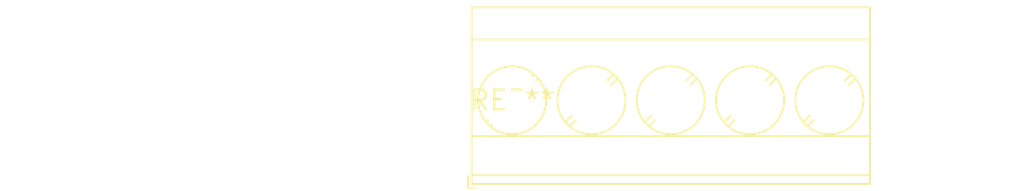
<source format=kicad_pcb>
(kicad_pcb (version 20240108) (generator pcbnew)
  (layers (0 "F.Cu" signal) (31 "B.Cu" signal) (34 "B.Paste" user) (35 "F.Paste" user) (36 "B.SilkS" user "B.Silkscreen") (37 "F.SilkS" user "F.Silkscreen") (38 "B.Mask" user) (39 "F.Mask" user) (44 "Edge.Cuts" user))
  (net 0 "")
  (footprint "TerminalBlock_Phoenix_MKDS-3-5-5.08_1x05_P5.08mm_Horizontal" (layer "F.Cu") (at 0 0)
    (property "Reference" "REF**")
    (property "Value" "TerminalBlock_Phoenix_MKDS-3-5-5.08_1x05_P5.08mm_Horizontal")
    (fp_line (start -2.84 4.86) (end -2.84 5.6) (layer "F.SilkS") (stroke (width 0.12)))
    (fp_line (start -2.84 5.6) (end -2.34 5.6) (layer "F.SilkS") (stroke (width 0.12)))
    (fp_line (start -2.6 -5.96) (end -2.6 5.36) (layer "F.SilkS") (stroke (width 0.12)))
    (fp_line (start -2.6 -5.96) (end 22.92 -5.96) (layer "F.SilkS") (stroke (width 0.12)))
    (fp_line (start -2.6 -3.9) (end 22.92 -3.9) (layer "F.SilkS") (stroke (width 0.12)))
    (fp_line (start -2.6 2.3) (end 22.92 2.3) (layer "F.SilkS") (stroke (width 0.12)))
    (fp_line (start -2.6 4.8) (end 22.92 4.8) (layer "F.SilkS") (stroke (width 0.12)))
    (fp_line (start -2.6 5.36) (end 22.92 5.36) (layer "F.SilkS") (stroke (width 0.12)))
    (fp_line (start -1.548 1.281) (end -1.654 1.388) (layer "F.SilkS") (stroke (width 0.12)))
    (fp_line (start -1.282 1.547) (end -1.388 1.654) (layer "F.SilkS") (stroke (width 0.12)))
    (fp_line (start 1.388 -1.654) (end 1.281 -1.547) (layer "F.SilkS") (stroke (width 0.12)))
    (fp_line (start 1.654 -1.388) (end 1.547 -1.281) (layer "F.SilkS") (stroke (width 0.12)))
    (fp_line (start 3.822 0.992) (end 3.427 1.388) (layer "F.SilkS") (stroke (width 0.12)))
    (fp_line (start 4.073 1.274) (end 3.693 1.654) (layer "F.SilkS") (stroke (width 0.12)))
    (fp_line (start 6.468 -1.654) (end 6.088 -1.274) (layer "F.SilkS") (stroke (width 0.12)))
    (fp_line (start 6.734 -1.388) (end 6.339 -0.992) (layer "F.SilkS") (stroke (width 0.12)))
    (fp_line (start 8.902 0.992) (end 8.507 1.388) (layer "F.SilkS") (stroke (width 0.12)))
    (fp_line (start 9.153 1.274) (end 8.773 1.654) (layer "F.SilkS") (stroke (width 0.12)))
    (fp_line (start 11.548 -1.654) (end 11.168 -1.274) (layer "F.SilkS") (stroke (width 0.12)))
    (fp_line (start 11.814 -1.388) (end 11.419 -0.992) (layer "F.SilkS") (stroke (width 0.12)))
    (fp_line (start 13.982 0.992) (end 13.587 1.388) (layer "F.SilkS") (stroke (width 0.12)))
    (fp_line (start 14.233 1.274) (end 13.853 1.654) (layer "F.SilkS") (stroke (width 0.12)))
    (fp_line (start 16.628 -1.654) (end 16.248 -1.274) (layer "F.SilkS") (stroke (width 0.12)))
    (fp_line (start 16.894 -1.388) (end 16.499 -0.992) (layer "F.SilkS") (stroke (width 0.12)))
    (fp_line (start 19.062 0.992) (end 18.667 1.388) (layer "F.SilkS") (stroke (width 0.12)))
    (fp_line (start 19.313 1.274) (end 18.933 1.654) (layer "F.SilkS") (stroke (width 0.12)))
    (fp_line (start 21.708 -1.654) (end 21.328 -1.274) (layer "F.SilkS") (stroke (width 0.12)))
    (fp_line (start 21.974 -1.388) (end 21.579 -0.992) (layer "F.SilkS") (stroke (width 0.12)))
    (fp_line (start 22.92 -5.96) (end 22.92 5.36) (layer "F.SilkS") (stroke (width 0.12)))
    (fp_circle (center 0 0) (end 2.18 0) (layer "F.SilkS") (stroke (width 0.12)) (fill none))
    (fp_circle (center 5.08 0) (end 7.26 0) (layer "F.SilkS") (stroke (width 0.12)) (fill none))
    (fp_circle (center 10.16 0) (end 12.34 0) (layer "F.SilkS") (stroke (width 0.12)) (fill none))
    (fp_circle (center 15.24 0) (end 17.42 0) (layer "F.SilkS") (stroke (width 0.12)) (fill none))
    (fp_circle (center 20.32 0) (end 22.5 0) (layer "F.SilkS") (stroke (width 0.12)) (fill none))
    (pad "1" thru_hole rect (at 0 0) (size 2.6 2.6) (drill 1.3) (layers *.Cu *.Mask) (remove_unused_layers))
    (pad "2" thru_hole circle (at 5.08 0) (size 2.6 2.6) (drill 1.3) (layers *.Cu *.Mask) (remove_unused_layers))
    (pad "3" thru_hole circle (at 10.16 0) (size 2.6 2.6) (drill 1.3) (layers *.Cu *.Mask) (remove_unused_layers))
    (pad "4" thru_hole circle (at 15.24 0) (size 2.6 2.6) (drill 1.3) (layers *.Cu *.Mask) (remove_unused_layers))
    (pad "5" thru_hole circle (at 20.32 0) (size 2.6 2.6) (drill 1.3) (layers *.Cu *.Mask) (remove_unused_layers))
  )
)
</source>
